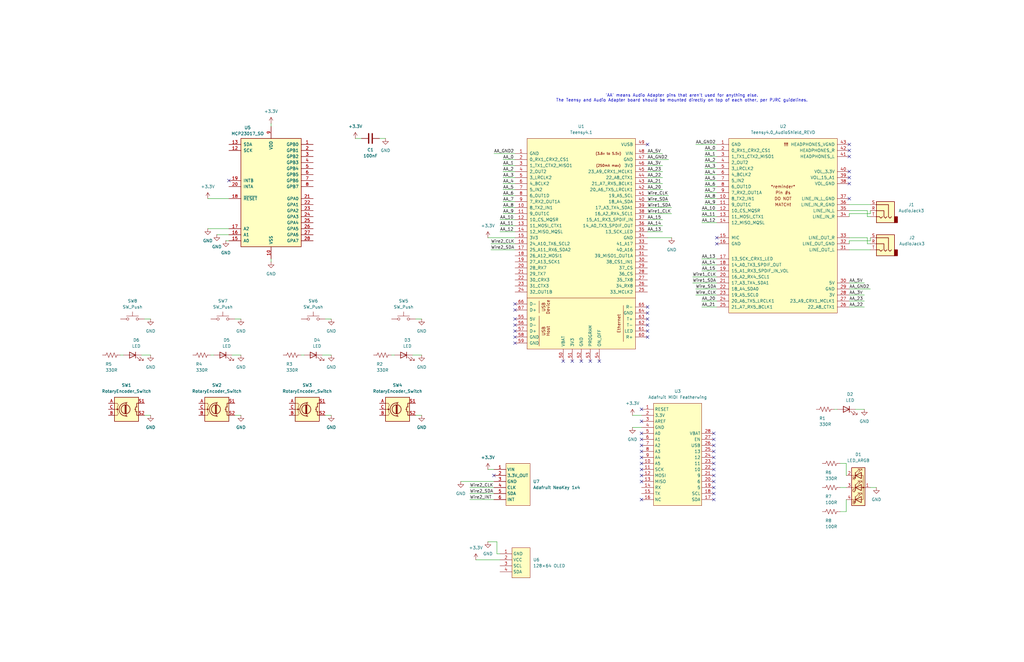
<source format=kicad_sch>
(kicad_sch (version 20250114) (generator "eeschema") (generator_version "9.0")
  (paper "B")
  (lib_symbols
    (symbol "Connector_Audio:AudioJack3"
      (property "Reference" "J" (at 0 8.89 0))
      (property "Value" "AudioJack3" (at 0 6.35 0))
      (symbol "AudioJack3_0_1"
        (rectangle (start -5.08 -5.08) (end -6.35 -2.54) (stroke (width 0.254)) (fill (type outline)))
        (polyline (pts (xy -1.905 -2.54) (xy -1.27 -3.175) (xy -0.635 -2.54) (xy -0.635 0) (xy 2.54 0)) (stroke (width 0.254)))
        (polyline (pts (xy 0 -2.54) (xy 0.635 -3.175) (xy 1.27 -2.54) (xy 2.54 -2.54)) (stroke (width 0.254)))
        (rectangle (start 2.54 3.81) (end -5.08 -5.08) (stroke (width 0.254)) (fill (type background)))
        (polyline (pts (xy 2.54 2.54) (xy -2.54 2.54) (xy -2.54 -2.54) (xy -3.175 -3.175) (xy -3.81 -2.54)) (stroke (width 0.254)))
      )
      (symbol "AudioJack3_1_1"
        (pin passive line (at 5.08 2.54 180) (length 2.54) (name "~") (number "S"))
        (pin passive line (at 5.08 0 180) (length 2.54) (name "~") (number "R"))
        (pin passive line (at 5.08 -2.54 180) (length 2.54) (name "~") (number "T"))
      )
    )
    (symbol "Device:C" (pin_numbers (hide yes)) (pin_names (offset 0.254))
      (property "Reference" "C" (at 0.635 2.54 0))
      (property "Value" "C" (at 0.635 -2.54 0))
      (symbol "C_0_1"
        (polyline (pts (xy -2.032 0.762) (xy 2.032 0.762)) (stroke (width 0.508)))
        (polyline (pts (xy -2.032 -0.762) (xy 2.032 -0.762)) (stroke (width 0.508)))
      )
      (symbol "C_1_1"
        (pin passive line (at 0 3.81 270) (length 2.794) (name "~") (number "1"))
        (pin passive line (at 0 -3.81 90) (length 2.794) (name "~") (number "2"))
      )
    )
    (symbol "Device:LED" (pin_numbers (hide yes)) (pin_names (offset 1.016) (hide yes))
      (property "Reference" "D" (at 0 2.54 0))
      (property "Value" "LED" (at 0 -2.54 0))
      (symbol "LED_0_1"
        (polyline (pts (xy -3.048 -0.762) (xy -4.572 -2.286) (xy -3.81 -2.286) (xy -4.572 -2.286) (xy -4.572 -1.524)))
        (polyline (pts (xy -1.778 -0.762) (xy -3.302 -2.286) (xy -2.54 -2.286) (xy -3.302 -2.286) (xy -3.302 -1.524)))
        (polyline (pts (xy -1.27 0) (xy 1.27 0)))
        (polyline (pts (xy -1.27 -1.27) (xy -1.27 1.27)) (stroke (width 0.254)))
        (polyline (pts (xy 1.27 -1.27) (xy 1.27 1.27) (xy -1.27 0) (xy 1.27 -1.27)) (stroke (width 0.254)))
      )
      (symbol "LED_1_1"
        (pin passive line (at -3.81 0 0) (length 2.54) (name "K") (number "1"))
        (pin passive line (at 3.81 0 180) (length 2.54) (name "A") (number "2"))
      )
    )
    (symbol "Device:LED_ARGB" (pin_names (offset 0) (hide yes))
      (property "Reference" "D" (at 0 9.398 0))
      (property "Value" "LED_ARGB" (at 0 -8.89 0))
      (symbol "LED_ARGB_0_0"
        (text "R" (at -1.905 3.81 0) (effects (font (size 1.27 1.27))))
        (text "G" (at -1.905 -1.27 0) (effects (font (size 1.27 1.27))))
        (text "B" (at -1.905 -6.35 0) (effects (font (size 1.27 1.27))))
      )
      (symbol "LED_ARGB_0_1"
        (polyline (pts (xy -1.27 6.35) (xy -1.27 3.81)) (stroke (width 0.254)))
        (polyline (pts (xy -1.27 6.35) (xy -1.27 3.81) (xy -1.27 3.81)))
        (polyline (pts (xy -1.27 5.08) (xy -2.54 5.08)))
        (polyline (pts (xy -1.27 5.08) (xy 1.27 5.08)))
        (polyline (pts (xy -1.27 1.27) (xy -1.27 -1.27)) (stroke (width 0.254)))
        (polyline (pts (xy -1.27 1.27) (xy -1.27 -1.27) (xy -1.27 -1.27)))
        (polyline (pts (xy -1.27 0) (xy -2.54 0)))
        (polyline (pts (xy -1.27 -3.81) (xy -1.27 -6.35)) (stroke (width 0.254)))
        (polyline (pts (xy -1.27 -5.08) (xy -2.54 -5.08)))
        (polyline (pts (xy -1.27 -5.08) (xy 1.27 -5.08)))
        (polyline (pts (xy -1.016 6.35) (xy 0.508 7.874) (xy -0.254 7.874) (xy 0.508 7.874) (xy 0.508 7.112)))
        (polyline (pts (xy -1.016 1.27) (xy 0.508 2.794) (xy -0.254 2.794) (xy 0.508 2.794) (xy 0.508 2.032)))
        (polyline (pts (xy -1.016 -3.81) (xy 0.508 -2.286) (xy -0.254 -2.286) (xy 0.508 -2.286) (xy 0.508 -3.048)))
        (polyline (pts (xy 0 6.35) (xy 1.524 7.874) (xy 0.762 7.874) (xy 1.524 7.874) (xy 1.524 7.112)))
        (polyline (pts (xy 0 1.27) (xy 1.524 2.794) (xy 0.762 2.794) (xy 1.524 2.794) (xy 1.524 2.032)))
        (polyline (pts (xy 0 -3.81) (xy 1.524 -2.286) (xy 0.762 -2.286) (xy 1.524 -2.286) (xy 1.524 -3.048)))
        (polyline (pts (xy 1.27 6.35) (xy 1.27 3.81) (xy -1.27 5.08) (xy 1.27 6.35)) (stroke (width 0.254)))
        (rectangle (start 1.27 6.35) (end 1.27 6.35))
        (rectangle (start 1.27 3.81) (end 1.27 6.35))
        (polyline (pts (xy 1.27 1.27) (xy 1.27 -1.27) (xy -1.27 0) (xy 1.27 1.27)) (stroke (width 0.254)))
        (rectangle (start 1.27 1.27) (end 1.27 1.27))
        (polyline (pts (xy 1.27 0) (xy -1.27 0)))
        (polyline (pts (xy 1.27 0) (xy 2.54 0)))
        (rectangle (start 1.27 -1.27) (end 1.27 1.27))
        (polyline (pts (xy 1.27 -3.81) (xy 1.27 -6.35) (xy -1.27 -5.08) (xy 1.27 -3.81)) (stroke (width 0.254)))
        (polyline (pts (xy 1.27 -5.08) (xy 2.032 -5.08) (xy 2.032 5.08) (xy 1.27 5.08)))
        (circle (center 2.032 0) (radius 0.254) (fill (type outline)))
        (rectangle (start 2.794 8.382) (end -2.794 -7.62) (stroke (width 0.254)) (fill (type background)))
      )
      (symbol "LED_ARGB_1_1"
        (pin passive line (at -5.08 5.08 0) (length 2.54) (name "RK") (number "2"))
        (pin passive line (at -5.08 0 0) (length 2.54) (name "GK") (number "3"))
        (pin passive line (at -5.08 -5.08 0) (length 2.54) (name "BK") (number "4"))
        (pin passive line (at 5.08 0 180) (length 2.54) (name "A") (number "1"))
      )
    )
    (symbol "Device:R_US" (pin_numbers (hide yes)) (pin_names (offset 0))
      (property "Reference" "R" (at 2.54 0 90))
      (property "Value" "R_US" (at -2.54 0 90))
      (symbol "R_US_0_1"
        (polyline (pts (xy 0 2.286) (xy 0 2.54)))
        (polyline (pts (xy 0 2.286) (xy 1.016 1.905) (xy 0 1.524) (xy -1.016 1.143) (xy 0 0.762)))
        (polyline (pts (xy 0 0.762) (xy 1.016 0.381) (xy 0 0) (xy -1.016 -0.381) (xy 0 -0.762)))
        (polyline (pts (xy 0 -0.762) (xy 1.016 -1.143) (xy 0 -1.524) (xy -1.016 -1.905) (xy 0 -2.286)))
        (polyline (pts (xy 0 -2.286) (xy 0 -2.54)))
      )
      (symbol "R_US_1_1"
        (pin passive line (at 0 3.81 270) (length 1.27) (name "~") (number "1"))
        (pin passive line (at 0 -3.81 90) (length 1.27) (name "~") (number "2"))
      )
    )
    (symbol "Device:RotaryEncoder_Switch" (pin_names (offset 0.254) (hide yes))
      (property "Reference" "SW" (at 0 6.604 0))
      (property "Value" "RotaryEncoder_Switch" (at 0 -6.604 0))
      (symbol "RotaryEncoder_Switch_0_1"
        (rectangle (start -5.08 5.08) (end 5.08 -5.08) (stroke (width 0.254)) (fill (type background)))
        (polyline (pts (xy -5.08 2.54) (xy -3.81 2.54) (xy -3.81 2.032)))
        (polyline (pts (xy -5.08 0) (xy -3.81 0) (xy -3.81 -1.016) (xy -3.302 -2.032)))
        (polyline (pts (xy -5.08 -2.54) (xy -3.81 -2.54) (xy -3.81 -2.032)))
        (polyline (pts (xy -4.318 0) (xy -3.81 0) (xy -3.81 1.016) (xy -3.302 2.032)))
        (circle (center -3.81 0) (radius 0.254) (fill (type outline)))
        (polyline (pts (xy -0.635 -1.778) (xy -0.635 1.778)) (stroke (width 0.254)))
        (circle (center -0.381 0) (radius 1.905) (stroke (width 0.254)))
        (polyline (pts (xy -0.381 -1.778) (xy -0.381 1.778)) (stroke (width 0.254)))
        (arc (start -0.381 -2.794) (mid -3.0988 -0.0635) (end -0.381 2.667) (stroke (width 0.254)))
        (polyline (pts (xy -0.127 1.778) (xy -0.127 -1.778)) (stroke (width 0.254)))
        (polyline (pts (xy 0.254 2.921) (xy -0.508 2.667) (xy 0.127 2.286)) (stroke (width 0.254)))
        (polyline (pts (xy 0.254 -3.048) (xy -0.508 -2.794) (xy 0.127 -2.413)) (stroke (width 0.254)))
        (polyline (pts (xy 3.81 1.016) (xy 3.81 -1.016)) (stroke (width 0.254)))
        (polyline (pts (xy 3.81 0) (xy 3.429 0)) (stroke (width 0.254)))
        (circle (center 4.318 1.016) (radius 0.127) (stroke (width 0.254)))
        (circle (center 4.318 -1.016) (radius 0.127) (stroke (width 0.254)))
        (polyline (pts (xy 5.08 2.54) (xy 4.318 2.54) (xy 4.318 1.016)) (stroke (width 0.254)))
        (polyline (pts (xy 5.08 -2.54) (xy 4.318 -2.54) (xy 4.318 -1.016)) (stroke (width 0.254)))
      )
      (symbol "RotaryEncoder_Switch_1_1"
        (pin passive line (at -7.62 2.54 0) (length 2.54) (name "A") (number "A"))
        (pin passive line (at -7.62 0 0) (length 2.54) (name "C") (number "C"))
        (pin passive line (at -7.62 -2.54 0) (length 2.54) (name "B") (number "B"))
        (pin passive line (at 7.62 2.54 180) (length 2.54) (name "S1") (number "S1"))
        (pin passive line (at 7.62 -2.54 180) (length 2.54) (name "S2") (number "S2"))
      )
    )
    (symbol "Interface_Expansion:MCP23017_SO" (pin_names (offset 1.016))
      (property "Reference" "U5" (at -9.906 27.432 0))
      (property "Value" "MCP23017_SO" (at -9.906 24.892 0))
      (symbol "MCP23017_SO_0_1"
        (rectangle (start -12.7 22.86) (end 12.7 -22.86) (stroke (width 0.254)) (fill (type background)))
      )
      (symbol "MCP23017_SO_1_1"
        (pin bidirectional line (at -17.78 20.32 0) (length 5.08) (name "SDA") (number "13"))
        (pin input line (at -17.78 17.78 0) (length 5.08) (name "SCK") (number "12"))
        (pin tri_state line (at -17.78 5.08 0) (length 5.08) (name "INTB") (number "19"))
        (pin tri_state line (at -17.78 2.54 0) (length 5.08) (name "INTA") (number "20"))
        (pin input line (at -17.78 -2.54 0) (length 5.08) (name "~{RESET}") (number "18"))
        (pin input line (at -17.78 -15.24 0) (length 5.08) (name "A2") (number "17"))
        (pin input line (at -17.78 -17.78 0) (length 5.08) (name "A1") (number "16"))
        (pin input line (at -17.78 -20.32 0) (length 5.08) (name "A0") (number "15"))
        (pin no_connect line (at -12.7 15.24 0) (length 5.08) (hide yes) (name "NC") (number "11"))
        (pin no_connect line (at -12.7 12.7 0) (length 5.08) (hide yes) (name "NC") (number "14"))
        (pin power_in line (at 0 27.94 270) (length 5.08) (name "VDD") (number "9"))
        (pin power_in line (at 0 -27.94 90) (length 5.08) (name "VSS") (number "10"))
        (pin bidirectional line (at 17.78 20.32 180) (length 5.08) (name "GPB0") (number "1"))
        (pin bidirectional line (at 17.78 17.78 180) (length 5.08) (name "GPB1") (number "2"))
        (pin bidirectional line (at 17.78 15.24 180) (length 5.08) (name "GPB2") (number "3"))
        (pin bidirectional line (at 17.78 12.7 180) (length 5.08) (name "GPB3") (number "4"))
        (pin bidirectional line (at 17.78 10.16 180) (length 5.08) (name "GPB4") (number "5"))
        (pin bidirectional line (at 17.78 7.62 180) (length 5.08) (name "GPB5") (number "6"))
        (pin bidirectional line (at 17.78 5.08 180) (length 5.08) (name "GPB6") (number "7"))
        (pin output line (at 17.78 2.54 180) (length 5.08) (name "GPB7") (number "8"))
        (pin bidirectional line (at 17.78 -2.54 180) (length 5.08) (name "GPA0") (number "21"))
        (pin bidirectional line (at 17.78 -5.08 180) (length 5.08) (name "GPA1") (number "22"))
        (pin bidirectional line (at 17.78 -7.62 180) (length 5.08) (name "GPA2") (number "23"))
        (pin bidirectional line (at 17.78 -10.16 180) (length 5.08) (name "GPA3") (number "24"))
        (pin bidirectional line (at 17.78 -12.7 180) (length 5.08) (name "GPA4") (number "25"))
        (pin bidirectional line (at 17.78 -15.24 180) (length 5.08) (name "GPA5") (number "26"))
        (pin bidirectional line (at 17.78 -17.78 180) (length 5.08) (name "GPA6") (number "27"))
        (pin output line (at 17.78 -20.32 180) (length 5.08) (name "GPA7") (number "28"))
      )
    )
    (symbol "Switch:SW_Push" (pin_numbers (hide yes)) (pin_names (offset 1.016) (hide yes))
      (property "Reference" "SW" (at 1.27 2.54 0))
      (property "Value" "SW_Push" (at 0 -1.524 0))
      (symbol "SW_Push_0_1"
        (circle (center -2.032 0) (radius 0.508))
        (polyline (pts (xy 0 1.27) (xy 0 3.048)))
        (circle (center 2.032 0) (radius 0.508))
        (polyline (pts (xy 2.54 1.27) (xy -2.54 1.27)))
        (pin passive line (at -5.08 0 0) (length 2.54) (name "1") (number "1"))
        (pin passive line (at 5.08 0 180) (length 2.54) (name "2") (number "2"))
      )
    )
    (symbol "neokey_1"
      (property "Reference" "U7" (at 6.35 -8.8899 0))
      (property "Value" "Adafruit NeoKey 1x4" (at 6.35 -11.4299 0))
      (symbol "neokey_1_0_0"
        (pin passive line (at -10.16 -3.81 0) (length 5.08) (name "VIN") (number "1"))
        (pin passive line (at -10.16 -6.35 0) (length 5.08) (name "3.3V_OUT") (number "2"))
        (pin passive line (at -10.16 -8.89 0) (length 5.08) (name "GND") (number "3"))
        (pin passive line (at -10.16 -11.43 0) (length 5.08) (name "CLK") (number "4"))
        (pin passive line (at -10.16 -13.97 0) (length 5.08) (name "SDA") (number "5"))
        (pin passive line (at -10.16 -16.51 0) (length 5.08) (name "INT") (number "6"))
      )
      (symbol "neokey_1_1_1"
        (rectangle (start -5.08 -1.27) (end 5.08 -19.05) (fill (type color) (color 255 255 194 1)))
      )
    )
    (symbol "new:midi"
      (property "Reference" "U3" (at 0 3.81 0))
      (property "Value" "Adafruit MIDI Featherwing" (at 0 1.27 0))
      (symbol "midi_0_0"
        (pin passive line (at -15.24 -3.81 0) (length 5.08) (name "RESET") (number "1"))
        (pin passive line (at -15.24 -6.35 0) (length 5.08) (name "3.3V") (number "2"))
        (pin passive line (at -15.24 -8.89 0) (length 5.08) (name "AREF") (number "3"))
        (pin passive line (at -15.24 -11.43 0) (length 5.08) (name "GND") (number "4"))
        (pin passive line (at -15.24 -13.97 0) (length 5.08) (name "A0") (number "5"))
        (pin passive line (at -15.24 -16.51 0) (length 5.08) (name "A1") (number "6"))
        (pin passive line (at -15.24 -19.05 0) (length 5.08) (name "A2") (number "7"))
        (pin passive line (at -15.24 -21.59 0) (length 5.08) (name "A3") (number "8"))
        (pin passive line (at -15.24 -24.13 0) (length 5.08) (name "A4") (number "9"))
        (pin passive line (at -15.24 -26.67 0) (length 5.08) (name "A5") (number "10"))
        (pin passive line (at -15.24 -29.21 0) (length 5.08) (name "SCK") (number "11"))
        (pin passive line (at -15.24 -31.75 0) (length 5.08) (name "MOSI") (number "12"))
        (pin passive line (at -15.24 -34.29 0) (length 5.08) (name "MISO") (number "13"))
        (pin passive line (at -15.24 -36.83 0) (length 5.08) (name "RX") (number "14"))
        (pin passive line (at -15.24 -39.37 0) (length 5.08) (name "TX") (number "15"))
        (pin passive line (at -15.24 -41.91 0) (length 5.08) (name "NC") (number "16"))
        (pin passive line (at 15.24 -13.97 180) (length 5.08) (name "VBAT") (number "28"))
        (pin passive line (at 15.24 -16.51 180) (length 5.08) (name "EN") (number "27"))
        (pin passive line (at 15.24 -19.05 180) (length 5.08) (name "USB") (number "26"))
        (pin passive line (at 15.24 -21.59 180) (length 5.08) (name "13") (number "25"))
        (pin passive line (at 15.24 -24.13 180) (length 5.08) (name "12") (number "24"))
        (pin passive line (at 15.24 -26.67 180) (length 5.08) (name "11") (number "23"))
        (pin passive line (at 15.24 -29.21 180) (length 5.08) (name "10") (number "22"))
        (pin passive line (at 15.24 -31.75 180) (length 5.08) (name "9") (number "21"))
        (pin passive line (at 15.24 -34.29 180) (length 5.08) (name "6") (number "20"))
        (pin passive line (at 15.24 -36.83 180) (length 5.08) (name "5") (number "19"))
        (pin passive line (at 15.24 -39.37 180) (length 5.08) (name "SCL") (number "18"))
        (pin passive line (at 15.24 -41.91 180) (length 5.08) (name "SDA") (number "17"))
      )
      (symbol "midi_1_1"
        (rectangle (start -10.16 -1.27) (end 10.16 -44.45) (fill (type color) (color 255 255 194 1)))
      )
    )
    (symbol "new:oled"
      (property "Reference" "U6" (at 5.08 -6.3499 0))
      (property "Value" "128×64 OLED" (at 5.08 -8.8899 0))
      (symbol "oled_0_0"
        (pin passive line (at -8.89 -3.81 0) (length 5.08) (name "GND") (number "1"))
        (pin passive line (at -8.89 -6.35 0) (length 5.08) (name "VCC") (number "2"))
        (pin passive line (at -8.89 -8.89 0) (length 5.08) (name "SCL") (number "3"))
        (pin passive line (at -8.89 -11.43 0) (length 5.08) (name "SDA") (number "4"))
      )
      (symbol "oled_1_1"
        (rectangle (start -3.81 -1.27) (end 3.81 -13.97) (fill (type color) (color 255 255 194 1)))
      )
    )
    (symbol "power:+3.3V" (power) (pin_numbers (hide yes)) (pin_names (offset 0) (hide yes))
      (property "Value" "+3.3V" (at 0 3.556 0))
      (symbol "+3.3V_0_1"
        (polyline (pts (xy -0.762 1.27) (xy 0 2.54)))
        (polyline (pts (xy 0 2.54) (xy 0.762 1.27)))
        (polyline (pts (xy 0 0) (xy 0 2.54)))
      )
      (symbol "+3.3V_1_1"
        (pin power_in line (at 0 0 90) (length 0) (name "~") (number "1"))
      )
    )
    (symbol "power:GND" (power) (pin_numbers (hide yes)) (pin_names (offset 0) (hide yes))
      (property "Value" "GND" (at 0 -3.81 0))
      (symbol "GND_0_1"
        (polyline (pts (xy 0 0) (xy 0 -1.27) (xy 1.27 -1.27) (xy 0 -2.54) (xy -1.27 -1.27) (xy 0 -1.27)))
      )
      (symbol "GND_1_1"
        (pin power_in line (at 0 0 270) (length 0) (name "~") (number "1"))
      )
    )
    (symbol "teensy4.0_audioshield_revd:Teensy4.0_AudioShield_REVD" (pin_names (offset 1.016))
      (property "Reference" "U2" (at 0 41.91 0))
      (property "Value" "Teensy4.0_AudioShield_REVD" (at 0 39.37 0))
      (symbol "Teensy4.0_AudioShield_REVD_0_0"
        (text "*reminder*" (at 0 16.51 0) (effects (font (size 1.27 1.27))))
        (text "Pin #s" (at 0 13.97 0) (effects (font (size 1.27 1.27))))
        (text "DO NOT" (at 0 11.43 0) (effects (font (size 1.27 1.27))))
        (text "MATCH!" (at 0 8.89 0) (effects (font (size 1.27 1.27))))
        (text "!!!" (at 1.27 34.29 0) (effects (font (size 1.27 1.27))))
        (pin bidirectional line (at -27.94 24.13 0) (length 5.08) (name "3_LRCLK2") (number "5"))
        (pin bidirectional line (at -27.94 21.59 0) (length 5.08) (name "4_BCLK2") (number "6"))
        (pin bidirectional line (at -27.94 19.05 0) (length 5.08) (name "5_IN2") (number "7"))
        (pin bidirectional line (at -27.94 16.51 0) (length 5.08) (name "6_OUT1D") (number "8"))
        (pin bidirectional line (at -27.94 13.97 0) (length 5.08) (name "7_RX2_OUT1A") (number "9"))
        (pin bidirectional line (at -27.94 11.43 0) (length 5.08) (name "8_TX2_IN1") (number "10"))
        (pin bidirectional line (at -27.94 8.89 0) (length 5.08) (name "9_OUT1C") (number "11"))
        (pin bidirectional line (at -27.94 6.35 0) (length 5.08) (name "10_CS_MQSR") (number "12"))
        (pin bidirectional line (at -27.94 3.81 0) (length 5.08) (name "11_MOSI_CTX1") (number "13"))
        (pin bidirectional line (at -27.94 1.27 0) (length 5.08) (name "12_MISO_MQSL") (number "14"))
        (pin bidirectional line (at -27.94 -5.08 0) (length 5.08) (name "MIC") (number "15"))
        (pin power_in line (at -27.94 -7.62 0) (length 5.08) (name "GND") (number "16"))
        (pin bidirectional line (at -27.94 -13.97 0) (length 5.08) (name "13_SCK_CRX1_LED") (number "17"))
        (pin bidirectional line (at -27.94 -16.51 0) (length 5.08) (name "14_A0_TX3_SPDIF_OUT") (number "18"))
        (pin bidirectional line (at -27.94 -19.05 0) (length 5.08) (name "15_A1_RX3_SPDIF_IN_VOL") (number "19"))
        (pin bidirectional line (at -27.94 -21.59 0) (length 5.08) (name "16_A2_RX4_SCL1") (number "20"))
        (pin bidirectional line (at -27.94 -24.13 0) (length 5.08) (name "17_A3_TX4_SDA1") (number "21"))
        (pin bidirectional line (at -27.94 -26.67 0) (length 5.08) (name "18_A4_SDA0") (number "22"))
        (pin bidirectional line (at -27.94 -29.21 0) (length 5.08) (name "19_A5_SCL0") (number "23"))
        (pin bidirectional line (at -27.94 -31.75 0) (length 5.08) (name "20_A6_TX5_LRCLK1") (number "24"))
        (pin bidirectional line (at -27.94 -34.29 0) (length 5.08) (name "21_A7_RX5_BCLK1") (number "25"))
        (pin power_in line (at 27.94 34.29 180) (length 5.08) (name "HEADPHONES_VGND") (number "43"))
        (pin bidirectional line (at 27.94 31.75 180) (length 5.08) (name "HEADPHONES_R") (number "42"))
        (pin bidirectional line (at 27.94 29.21 180) (length 5.08) (name "HEADPHONES_L") (number "41"))
        (pin bidirectional line (at 27.94 22.86 180) (length 5.08) (name "VOL_3.3V") (number "40"))
        (pin bidirectional line (at 27.94 20.32 180) (length 5.08) (name "VOL_15_A1") (number "39"))
        (pin bidirectional line (at 27.94 17.78 180) (length 5.08) (name "VOL_GND") (number "38"))
        (pin power_in line (at 27.94 11.43 180) (length 5.08) (name "LINE_IN_L_GND") (number "37"))
        (pin power_in line (at 27.94 8.89 180) (length 5.08) (name "LINE_IN_R_GND") (number "36"))
        (pin bidirectional line (at 27.94 6.35 180) (length 5.08) (name "LINE_IN_L") (number "35"))
        (pin bidirectional line (at 27.94 3.81 180) (length 5.08) (name "LINE_IN_R") (number "34"))
        (pin bidirectional line (at 27.94 -5.08 180) (length 5.08) (name "LINE_OUT_R") (number "33"))
        (pin power_in line (at 27.94 -7.62 180) (length 5.08) (name "LINE_OUT_GND") (number "32"))
        (pin bidirectional line (at 27.94 -10.16 180) (length 5.08) (name "LINE_OUT_L") (number "31"))
        (pin power_out line (at 27.94 -24.13 180) (length 5.08) (name "5V") (number "30"))
        (pin power_in line (at 27.94 -26.67 180) (length 5.08) (name "GND") (number "29"))
        (pin power_out line (at 27.94 -29.21 180) (length 5.08) (name "3V") (number "28"))
        (pin bidirectional line (at 27.94 -31.75 180) (length 5.08) (name "23_A9_CRX1_MCLK1") (number "27"))
        (pin bidirectional line (at 27.94 -34.29 180) (length 5.08) (name "22_A8_CTX1") (number "26"))
      )
      (symbol "Teensy4.0_AudioShield_REVD_0_1"
        (rectangle (start -20.32 -31.75) (end -20.32 -31.75))
      )
      (symbol "Teensy4.0_AudioShield_REVD_1_1"
        (rectangle (start -22.86 36.83) (end 22.86 -36.83) (fill (type color) (color 255 255 194 1)))
        (pin power_in line (at -27.94 34.29 0) (length 5.08) (name "GND") (number "1"))
        (pin bidirectional line (at -27.94 31.75 0) (length 5.08) (name "0_RX1_CRX2_CS1") (number "2"))
        (pin bidirectional line (at -27.94 29.21 0) (length 5.08) (name "1_TX1_CTX2_MISO1") (number "3"))
        (pin bidirectional line (at -27.94 26.67 0) (length 5.08) (name "2_OUT2") (number "4"))
      )
    )
    (symbol "teensy:Teensy4.1" (pin_names (offset 1.016))
      (property "Reference" "U1" (at 0 66.04 0))
      (property "Value" "Teensy4.1" (at 0 63.5 0))
      (symbol "Teensy4.1_0_0"
        (polyline (pts (xy -22.86 -6.35) (xy 22.86 -6.35)))
        (polyline (pts (xy -17.78 -7.62) (xy -17.78 -12.7)))
        (polyline (pts (xy -17.78 -26.67) (xy -17.78 -13.97)))
        (polyline (pts (xy 17.78 -9.525) (xy 17.78 -24.765)))
        (text "USB" (at -15.875 -10.16 900) (effects (font (size 1.27 1.27))))
        (text "USB" (at -15.875 -20.32 900) (effects (font (size 1.27 1.27))))
        (text "Device" (at -13.97 -10.16 900) (effects (font (size 1.27 1.27))))
        (text "Host" (at -13.97 -20.32 900) (effects (font (size 1.27 1.27))))
        (text "(3.6v to 5.5v)" (at 11.43 54.61 0) (effects (font (size 1.016 1.016))))
        (text "(250mA max)" (at 11.43 49.53 0) (effects (font (size 1.016 1.016))))
        (text "Ethernet" (at 15.875 -17.145 900) (effects (font (size 1.27 1.27))))
        (pin bidirectional line (at -27.94 44.45 0) (length 5.08) (name "3_LRCLK2") (number "5"))
        (pin bidirectional line (at -27.94 41.91 0) (length 5.08) (name "4_BCLK2") (number "6"))
        (pin bidirectional line (at -27.94 39.37 0) (length 5.08) (name "5_IN2") (number "7"))
        (pin bidirectional line (at -27.94 36.83 0) (length 5.08) (name "6_OUT1D") (number "8"))
        (pin bidirectional line (at -27.94 34.29 0) (length 5.08) (name "7_RX2_OUT1A") (number "9"))
        (pin bidirectional line (at -27.94 31.75 0) (length 5.08) (name "8_TX2_IN1") (number "10"))
        (pin bidirectional line (at -27.94 29.21 0) (length 5.08) (name "9_OUT1C") (number "11"))
        (pin bidirectional line (at -27.94 26.67 0) (length 5.08) (name "10_CS_MQSR") (number "12"))
        (pin bidirectional line (at -27.94 24.13 0) (length 5.08) (name "11_MOSI_CTX1") (number "13"))
        (pin bidirectional line (at -27.94 21.59 0) (length 5.08) (name "12_MISO_MQSL") (number "14"))
        (pin power_in line (at -27.94 19.05 0) (length 5.08) (name "3V3") (number "15"))
        (pin bidirectional line (at -27.94 16.51 0) (length 5.08) (name "24_A10_TX6_SCL2") (number "16"))
        (pin bidirectional line (at -27.94 13.97 0) (length 5.08) (name "25_A11_RX6_SDA2") (number "17"))
        (pin bidirectional line (at -27.94 11.43 0) (length 5.08) (name "26_A12_MOSI1") (number "18"))
        (pin bidirectional line (at -27.94 8.89 0) (length 5.08) (name "27_A13_SCK1") (number "19"))
        (pin bidirectional line (at -27.94 6.35 0) (length 5.08) (name "28_RX7") (number "20"))
        (pin bidirectional line (at -27.94 3.81 0) (length 5.08) (name "29_TX7") (number "21"))
        (pin bidirectional line (at -27.94 1.27 0) (length 5.08) (name "30_CRX3") (number "22"))
        (pin bidirectional line (at -27.94 -1.27 0) (length 5.08) (name "31_CTX3") (number "23"))
        (pin bidirectional line (at -27.94 -3.81 0) (length 5.08) (name "32_OUT1B") (number "24"))
        (pin bidirectional line (at -27.94 -8.89 0) (length 5.08) (name "D-") (number "66"))
        (pin bidirectional line (at -27.94 -11.43 0) (length 5.08) (name "D+") (number "67"))
        (pin power_out line (at -27.94 -15.24 0) (length 5.08) (name "5V") (number "55"))
        (pin bidirectional line (at -27.94 -17.78 0) (length 5.08) (name "D-") (number "56"))
        (pin bidirectional line (at -27.94 -20.32 0) (length 5.08) (name "D+") (number "57"))
        (pin power_in line (at -27.94 -22.86 0) (length 5.08) (name "GND") (number "58"))
        (pin power_in line (at -27.94 -25.4 0) (length 5.08) (name "GND") (number "59"))
        (pin power_in line (at -7.62 -33.02 90) (length 5.08) (name "VBAT") (number "50"))
        (pin power_in line (at -3.81 -33.02 90) (length 5.08) (name "3V3") (number "51"))
        (pin input line (at 0 -33.02 90) (length 5.08) (name "GND") (number "52"))
        (pin input line (at 3.81 -33.02 90) (length 5.08) (name "PROGRAM") (number "53"))
        (pin input line (at 7.62 -33.02 90) (length 5.08) (name "ON_OFF") (number "54"))
        (pin power_out line (at 27.94 58.42 180) (length 5.08) (name "VUSB") (number "49"))
        (pin power_in line (at 27.94 54.61 180) (length 5.08) (name "VIN") (number "48"))
        (pin output line (at 27.94 52.07 180) (length 5.08) (name "GND") (number "47"))
        (pin output line (at 27.94 49.53 180) (length 5.08) (name "3V3") (number "46"))
        (pin bidirectional line (at 27.94 46.99 180) (length 5.08) (name "23_A9_CRX1_MCLK1") (number "45"))
        (pin bidirectional line (at 27.94 44.45 180) (length 5.08) (name "22_A8_CTX1") (number "44"))
        (pin bidirectional line (at 27.94 41.91 180) (length 5.08) (name "21_A7_RX5_BCLK1") (number "43"))
        (pin bidirectional line (at 27.94 39.37 180) (length 5.08) (name "20_A6_TX5_LRCLK1") (number "42"))
        (pin bidirectional line (at 27.94 36.83 180) (length 5.08) (name "19_A5_SCL") (number "41"))
        (pin bidirectional line (at 27.94 34.29 180) (length 5.08) (name "18_A4_SDA") (number "40"))
        (pin bidirectional line (at 27.94 31.75 180) (length 5.08) (name "17_A3_TX4_SDA1") (number "39"))
        (pin bidirectional line (at 27.94 29.21 180) (length 5.08) (name "16_A2_RX4_SCL1") (number "38"))
        (pin bidirectional line (at 27.94 26.67 180) (length 5.08) (name "15_A1_RX3_SPDIF_IN") (number "37"))
        (pin bidirectional line (at 27.94 24.13 180) (length 5.08) (name "14_A0_TX3_SPDIF_OUT") (number "36"))
        (pin bidirectional line (at 27.94 21.59 180) (length 5.08) (name "13_SCK_LED") (number "35"))
        (pin bidirectional line (at 27.94 16.51 180) (length 5.08) (name "41_A17") (number "33"))
        (pin bidirectional line (at 27.94 13.97 180) (length 5.08) (name "40_A16") (number "32"))
        (pin bidirectional line (at 27.94 11.43 180) (length 5.08) (name "39_MISO1_OUT1A") (number "31"))
        (pin bidirectional line (at 27.94 8.89 180) (length 5.08) (name "38_CS1_IN1") (number "30"))
        (pin bidirectional line (at 27.94 6.35 180) (length 5.08) (name "37_CS") (number "29"))
        (pin bidirectional line (at 27.94 3.81 180) (length 5.08) (name "36_CS") (number "28"))
        (pin bidirectional line (at 27.94 1.27 180) (length 5.08) (name "35_TX8") (number "27"))
        (pin bidirectional line (at 27.94 -1.27 180) (length 5.08) (name "34_RX8") (number "26"))
        (pin bidirectional line (at 27.94 -3.81 180) (length 5.08) (name "33_MCLK2") (number "25"))
        (pin bidirectional line (at 27.94 -10.16 180) (length 5.08) (name "R-") (number "65"))
        (pin power_in line (at 27.94 -12.7 180) (length 5.08) (name "GND") (number "64"))
        (pin bidirectional line (at 27.94 -15.24 180) (length 5.08) (name "T+") (number "63"))
        (pin bidirectional line (at 27.94 -17.78 180) (length 5.08) (name "T-") (number "62"))
        (pin bidirectional line (at 27.94 -20.32 180) (length 5.08) (name "LED") (number "61"))
        (pin bidirectional line (at 27.94 -22.86 180) (length 5.08) (name "R+") (number "60"))
      )
      (symbol "Teensy4.1_0_1"
        (rectangle (start -20.32 -1.27) (end -20.32 -1.27))
      )
      (symbol "Teensy4.1_1_1"
        (rectangle (start -22.86 60.96) (end 22.86 -27.94) (fill (type color) (color 255 255 194 1)))
        (pin power_in line (at -27.94 54.61 0) (length 5.08) (name "GND") (number "1"))
        (pin bidirectional line (at -27.94 52.07 0) (length 5.08) (name "0_RX1_CRX2_CS1") (number "2"))
        (pin bidirectional line (at -27.94 49.53 0) (length 5.08) (name "1_TX1_CTX2_MISO1") (number "3"))
        (pin bidirectional line (at -27.94 46.99 0) (length 5.08) (name "2_OUT2") (number "4"))
        (pin power_in line (at 27.94 19.05 180) (length 5.08) (name "GND") (number "34"))
      )
    )
  )
  (text "'AA' means Audio Adapter pins that aren't used for anything else.\nThe Teensy and Audio Adapter board should be mounted directly on top of each other, per PJRC guidelines." (at 287.528 41.402 0) (effects (font (size 1.27 1.27))))
  (no_connect (at 237.49 152.4))
  (no_connect (at 208.28 200.66))
  (no_connect (at 217.17 128.27))
  (no_connect (at 270.51 200.66))
  (no_connect (at 300.99 198.12))
  (no_connect (at 273.05 132.08))
  (no_connect (at 217.17 137.16))
  (no_connect (at 217.17 134.62))
  (no_connect (at 358.14 77.47))
  (no_connect (at 358.14 60.96))
  (no_connect (at 358.14 63.5))
  (no_connect (at 273.05 134.62))
  (no_connect (at 300.99 182.88))
  (no_connect (at 96.52 76.2))
  (no_connect (at 300.99 210.82))
  (no_connect (at 270.51 193.04))
  (no_connect (at 270.51 210.82))
  (no_connect (at 273.05 137.16))
  (no_connect (at 217.17 142.24))
  (no_connect (at 217.17 139.7))
  (no_connect (at 270.51 172.72))
  (no_connect (at 270.51 190.5))
  (no_connect (at 302.26 102.87))
  (no_connect (at 300.99 193.04))
  (no_connect (at 248.92 152.4))
  (no_connect (at 300.99 190.5))
  (no_connect (at 300.99 205.74))
  (no_connect (at 270.51 198.12))
  (no_connect (at 270.51 185.42))
  (no_connect (at 358.14 66.04))
  (no_connect (at 300.99 187.96))
  (no_connect (at 273.05 129.54))
  (no_connect (at 300.99 185.42))
  (no_connect (at 270.51 187.96))
  (no_connect (at 358.14 83.82))
  (no_connect (at 217.17 144.78))
  (no_connect (at 270.51 177.8))
  (no_connect (at 241.3 152.4))
  (no_connect (at 300.99 200.66))
  (no_connect (at 302.26 100.33))
  (no_connect (at 270.51 203.2))
  (no_connect (at 270.51 195.58))
  (no_connect (at 300.99 203.2))
  (no_connect (at 273.05 139.7))
  (no_connect (at 300.99 208.28))
  (no_connect (at 245.11 152.4))
  (no_connect (at 252.73 152.4))
  (no_connect (at 270.51 182.88))
  (no_connect (at 217.17 130.81))
  (no_connect (at 273.05 60.96))
  (no_connect (at 358.14 72.39))
  (no_connect (at 358.14 74.93))
  (no_connect (at 300.99 195.58))
  (no_connect (at 273.05 142.24))
  (wire (pts (xy 295.91 129.54) (xy 302.26 129.54)))
  (wire (pts (xy 273.05 97.79) (xy 279.4 97.79)))
  (wire (pts (xy 293.37 60.96) (xy 302.26 60.96)))
  (wire (pts (xy 212.09 80.01) (xy 217.17 80.01)))
  (wire (pts (xy 209.55 228.6) (xy 209.55 233.68)))
  (wire (pts (xy 207.01 105.41) (xy 217.17 105.41)))
  (wire (pts (xy 297.18 68.58) (xy 302.26 68.58)))
  (wire (pts (xy 358.14 105.41) (xy 367.03 105.41)))
  (wire (pts (xy 273.05 72.39) (xy 279.4 72.39)))
  (wire (pts (xy 273.05 95.25) (xy 279.4 95.25)))
  (wire (pts (xy 91.44 99.06) (xy 96.52 99.06)))
  (wire (pts (xy 295.91 127) (xy 302.26 127)))
  (wire (pts (xy 293.37 124.46) (xy 302.26 124.46)))
  (wire (pts (xy 273.05 74.93) (xy 279.4 74.93)))
  (wire (pts (xy 212.09 82.55) (xy 217.17 82.55)))
  (wire (pts (xy 162.56 58.42) (xy 160.02 58.42)))
  (wire (pts (xy 365.76 102.87) (xy 367.03 102.87)))
  (wire (pts (xy 101.6 149.86) (xy 97.79 149.86)))
  (wire (pts (xy 212.09 72.39) (xy 217.17 72.39)))
  (wire (pts (xy 273.05 69.85) (xy 279.4 69.85)))
  (wire (pts (xy 198.12 208.28) (xy 208.28 208.28)))
  (wire (pts (xy 101.6 134.62) (xy 99.06 134.62)))
  (wire (pts (xy 152.4 58.42) (xy 149.86 58.42)))
  (wire (pts (xy 139.7 134.62) (xy 137.16 134.62)))
  (wire (pts (xy 273.05 90.17) (xy 283.21 90.17)))
  (wire (pts (xy 212.09 85.09) (xy 217.17 85.09)))
  (wire (pts (xy 139.7 149.86) (xy 135.89 149.86)))
  (wire (pts (xy 293.37 121.92) (xy 302.26 121.92)))
  (wire (pts (xy 95.25 101.6) (xy 96.52 101.6)))
  (wire (pts (xy 266.7 175.26) (xy 270.51 175.26)))
  (wire (pts (xy 297.18 81.28) (xy 302.26 81.28)))
  (wire (pts (xy 63.5 149.86) (xy 59.69 149.86)))
  (wire (pts (xy 207.01 102.87) (xy 217.17 102.87)))
  (wire (pts (xy 137.16 175.26) (xy 139.7 175.26)))
  (wire (pts (xy 209.55 233.68) (xy 210.82 233.68)))
  (wire (pts (xy 114.3 52.07) (xy 114.3 53.34)))
  (wire (pts (xy 273.05 92.71) (xy 279.4 92.71)))
  (wire (pts (xy 273.05 77.47) (xy 279.4 77.47)))
  (wire (pts (xy 297.18 76.2) (xy 302.26 76.2)))
  (wire (pts (xy 273.05 100.33) (xy 283.21 100.33)))
  (wire (pts (xy 295.91 88.9) (xy 302.26 88.9)))
  (wire (pts (xy 356.87 215.9) (xy 356.87 210.82)))
  (wire (pts (xy 99.06 175.26) (xy 101.6 175.26)))
  (wire (pts (xy 358.14 101.6) (xy 367.03 101.6)))
  (wire (pts (xy 212.09 87.63) (xy 217.17 87.63)))
  (wire (pts (xy 295.91 93.98) (xy 302.26 93.98)))
  (wire (pts (xy 273.05 64.77) (xy 279.4 64.77)))
  (wire (pts (xy 358.14 102.87) (xy 358.14 101.6)))
  (wire (pts (xy 297.18 78.74) (xy 302.26 78.74)))
  (wire (pts (xy 273.05 85.09) (xy 281.94 85.09)))
  (wire (pts (xy 292.1 116.84) (xy 302.26 116.84)))
  (wire (pts (xy 367.03 100.33) (xy 367.03 101.6)))
  (wire (pts (xy 297.18 73.66) (xy 302.26 73.66)))
  (wire (pts (xy 177.8 149.86) (xy 173.99 149.86)))
  (wire (pts (xy 198.12 205.74) (xy 208.28 205.74)))
  (wire (pts (xy 212.09 77.47) (xy 217.17 77.47)))
  (wire (pts (xy 354.33 215.9) (xy 356.87 215.9)))
  (wire (pts (xy 295.91 114.3) (xy 302.26 114.3)))
  (wire (pts (xy 295.91 91.44) (xy 302.26 91.44)))
  (wire (pts (xy 208.28 64.77) (xy 217.17 64.77)))
  (wire (pts (xy 295.91 109.22) (xy 302.26 109.22)))
  (wire (pts (xy 205.74 100.33) (xy 217.17 100.33)))
  (wire (pts (xy 297.18 66.04) (xy 302.26 66.04)))
  (wire (pts (xy 87.63 83.82) (xy 96.52 83.82)))
  (wire (pts (xy 212.09 90.17) (xy 217.17 90.17)))
  (wire (pts (xy 210.82 97.79) (xy 217.17 97.79)))
  (wire (pts (xy 198.12 210.82) (xy 208.28 210.82)))
  (wire (pts (xy 297.18 71.12) (xy 302.26 71.12)))
  (wire (pts (xy 87.63 96.52) (xy 96.52 96.52)))
  (wire (pts (xy 354.33 205.74) (xy 356.87 205.74)))
  (wire (pts (xy 365.76 100.33) (xy 365.76 102.87)))
  (wire (pts (xy 200.66 236.22) (xy 210.82 236.22)))
  (wire (pts (xy 358.14 119.38) (xy 364.49 119.38)))
  (wire (pts (xy 367.03 205.74) (xy 369.57 205.74)))
  (wire (pts (xy 365.76 88.9) (xy 365.76 91.44)))
  (wire (pts (xy 297.18 83.82) (xy 302.26 83.82)))
  (wire (pts (xy 210.82 95.25) (xy 217.17 95.25)))
  (wire (pts (xy 205.74 228.6) (xy 209.55 228.6)))
  (wire (pts (xy 358.14 90.17) (xy 367.03 90.17)))
  (wire (pts (xy 367.03 88.9) (xy 367.03 90.17)))
  (wire (pts (xy 88.9 149.86) (xy 90.17 149.86)))
  (wire (pts (xy 210.82 92.71) (xy 217.17 92.71)))
  (wire (pts (xy 273.05 82.55) (xy 281.94 82.55)))
  (wire (pts (xy 354.33 195.58) (xy 356.87 195.58)))
  (wire (pts (xy 60.96 175.26) (xy 63.5 175.26)))
  (wire (pts (xy 212.09 69.85) (xy 217.17 69.85)))
  (wire (pts (xy 351.79 172.72) (xy 353.06 172.72)))
  (wire (pts (xy 364.49 172.72) (xy 360.68 172.72)))
  (wire (pts (xy 292.1 119.38) (xy 302.26 119.38)))
  (wire (pts (xy 358.14 129.54) (xy 364.49 129.54)))
  (wire (pts (xy 165.1 149.86) (xy 166.37 149.86)))
  (wire (pts (xy 266.7 180.34) (xy 270.51 180.34)))
  (wire (pts (xy 50.8 149.86) (xy 52.07 149.86)))
  (wire (pts (xy 205.74 198.12) (xy 208.28 198.12)))
  (wire (pts (xy 297.18 63.5) (xy 302.26 63.5)))
  (wire (pts (xy 273.05 67.31) (xy 281.94 67.31)))
  (wire (pts (xy 194.31 203.2) (xy 208.28 203.2)))
  (wire (pts (xy 358.14 88.9) (xy 365.76 88.9)))
  (wire (pts (xy 63.5 134.62) (xy 60.96 134.62)))
  (wire (pts (xy 356.87 195.58) (xy 356.87 200.66)))
  (wire (pts (xy 273.05 80.01) (xy 279.4 80.01)))
  (wire (pts (xy 175.26 175.26) (xy 177.8 175.26)))
  (wire (pts (xy 273.05 87.63) (xy 283.21 87.63)))
  (wire (pts (xy 358.14 100.33) (xy 365.76 100.33)))
  (wire (pts (xy 358.14 127) (xy 364.49 127)))
  (wire (pts (xy 295.91 111.76) (xy 302.26 111.76)))
  (wire (pts (xy 358.14 121.92) (xy 367.03 121.92)))
  (wire (pts (xy 114.3 109.22) (xy 114.3 110.49)))
  (wire (pts (xy 212.09 74.93) (xy 217.17 74.93)))
  (wire (pts (xy 127 149.86) (xy 128.27 149.86)))
  (wire (pts (xy 358.14 91.44) (xy 358.14 90.17)))
  (wire (pts (xy 297.18 86.36) (xy 302.26 86.36)))
  (wire (pts (xy 365.76 91.44) (xy 367.03 91.44)))
  (wire (pts (xy 358.14 124.46) (xy 364.49 124.46)))
  (wire (pts (xy 177.8 134.62) (xy 175.26 134.62)))
  (wire (pts (xy 212.09 67.31) (xy 217.17 67.31)))
  (wire (pts (xy 358.14 86.36) (xy 367.03 86.36)))
  (label "AA_3" (at 297.18 71.12 0))
  (label "AA_10" (at 210.82 92.71 0))
  (label "AA_12" (at 295.91 93.98 0))
  (label "Wire_SDA" (at 293.37 121.92 0))
  (label "AA_1" (at 212.09 69.85 0))
  (label "AA_13" (at 273.05 97.79 0))
  (label "AA_7" (at 212.09 85.09 0))
  (label "Wire2_CLK" (at 207.01 102.87 0))
  (label "AA_3" (at 212.09 74.93 0))
  (label "Wire2_CLK" (at 198.12 205.74 0))
  (label "AA_5V" (at 358.14 119.38 0))
  (label "Wire2_SDA" (at 207.01 105.41 0))
  (label "AA_4" (at 212.09 77.47 0))
  (label "AA_6" (at 297.18 78.74 0))
  (label "AA_5V" (at 273.05 64.77 0))
  (label "AA_GND2" (at 358.14 121.92 0))
  (label "AA_5" (at 212.09 80.01 0))
  (label "AA_15" (at 295.91 114.3 0))
  (label "Wire_CLK" (at 273.05 82.55 0))
  (label "Wire1_SDA" (at 273.05 87.63 0))
  (label "AA_2" (at 212.09 72.39 0))
  (label "AA_20" (at 295.91 127 0))
  (label "AA_3V" (at 358.14 124.46 0))
  (label "AA_23" (at 273.05 72.39 0))
  (label "AA_10" (at 295.91 88.9 0))
  (label "Wire1_CLK" (at 273.05 90.17 0))
  (label "Wire_CLK" (at 293.37 124.46 0))
  (label "Wire2_SDA" (at 198.12 208.28 0))
  (label "AA_22" (at 273.05 74.93 0))
  (label "AA_9" (at 297.18 86.36 0))
  (label "AA_1" (at 297.18 66.04 0))
  (label "AA_5" (at 297.18 76.2 0))
  (label "AA_9" (at 212.09 90.17 0))
  (label "AA_7" (at 297.18 81.28 0))
  (label "AA_11" (at 295.91 91.44 0))
  (label "Wire2_INT" (at 198.12 210.82 0))
  (label "AA_6" (at 212.09 82.55 0))
  (label "AA_21" (at 273.05 77.47 0))
  (label "AA_14" (at 295.91 111.76 0))
  (label "AA_14" (at 273.05 95.25 0))
  (label "AA_4" (at 297.18 73.66 0))
  (label "AA_GND2" (at 208.28 64.77 0))
  (label "AA_11" (at 210.82 95.25 0))
  (label "AA_0" (at 297.18 63.5 0))
  (label "AA_0" (at 212.09 67.31 0))
  (label "AA_23" (at 358.14 127 0))
  (label "AA_12" (at 210.82 97.79 0))
  (label "AA_8" (at 212.09 87.63 0))
  (label "Wire_SDA" (at 273.05 85.09 0))
  (label "AA_GND2" (at 293.37 60.96 0))
  (label "AA_2" (at 297.18 68.58 0))
  (label "AA_21" (at 295.91 129.54 0))
  (label "AA_22" (at 358.14 129.54 0))
  (label "Wire1_SDA" (at 292.1 119.38 0))
  (label "AA_20" (at 273.05 80.01 0))
  (label "Wire1_CLK" (at 292.1 116.84 0))
  (label "AA_GND2" (at 273.05 67.31 0))
  (label "AA_15" (at 273.05 92.71 0))
  (label "AA_13" (at 295.91 109.22 0))
  (label "AA_8" (at 297.18 83.82 0))
  (label "AA_3V" (at 273.05 69.85 0))
  (symbol (lib_id "power:GND") (at 91.44 99.06 0) (unit 1)
    (property "Reference" "#PWR024" (effects (hide yes)))
    (property "Value" "GND" (at 91.44 104.14 0))
    (property "Description" "Power symbol creates a global label with name \"GND\" , ground" (effects (hide yes)))
  )
  (symbol (lib_id "power:+3.3V") (at 266.7 175.26 0) (unit 1)
    (property "Reference" "#PWR08" (effects (hide yes)))
    (property "Value" "+3.3V" (at 266.7 170.18 0))
    (property "Description" "Power symbol creates a global label with name \"+3.3V\"" (effects (hide yes)))
  )
  (symbol (lib_id "Device:R_US") (at 85.09 149.86 270) (unit 1)
    (property "Reference" "R4" (at 82.55 153.6699 90) (effects (justify left)))
    (property "Value" "330R" (at 82.55 156.2099 90) (effects (justify left)))
    (property "Description" "Resistor, US symbol" (effects (hide yes)))
  )
  (symbol (lib_id "Device:LED") (at 132.08 149.86 0) (mirror y) (unit 1)
    (property "Reference" "D4" (at 133.6675 143.51 0))
    (property "Value" "LED" (at 133.6675 146.05 0))
    (property "Description" "Light emitting diode" (effects (hide yes)))
    (property "Sim.Pins" "1=K 2=A" (effects (hide yes)))
  )
  (symbol (lib_id "Device:R_US") (at 350.52 205.74 270) (unit 1)
    (property "Reference" "R7" (at 347.98 209.5499 90) (effects (justify left)))
    (property "Value" "100R" (at 347.98 212.0899 90) (effects (justify left)))
    (property "Description" "Resistor, US symbol" (effects (hide yes)))
  )
  (symbol (lib_id "power:GND") (at 162.56 58.42 0) (mirror y) (unit 1)
    (property "Reference" "#PWR027" (effects (hide yes)))
    (property "Value" "GND" (at 162.56 63.5 0))
    (property "Description" "Power symbol creates a global label with name \"GND\" , ground" (effects (hide yes)))
  )
  (symbol (lib_id "Device:R_US") (at 347.98 172.72 270) (unit 1)
    (property "Reference" "R1" (at 345.44 176.5299 90) (effects (justify left)))
    (property "Value" "330R" (at 345.44 179.0699 90) (effects (justify left)))
    (property "Description" "Resistor, US symbol" (effects (hide yes)))
  )
  (symbol (lib_id "Device:LED") (at 170.18 149.86 0) (mirror y) (unit 1)
    (property "Reference" "D3" (at 171.7675 143.51 0))
    (property "Value" "LED" (at 171.7675 146.05 0))
    (property "Description" "Light emitting diode" (effects (hide yes)))
    (property "Sim.Pins" "1=K 2=A" (effects (hide yes)))
  )
  (symbol (lib_id "power:GND") (at 139.7 175.26 0) (unit 1)
    (property "Reference" "#PWR021" (effects (hide yes)))
    (property "Value" "GND" (at 139.7 180.34 0))
    (property "Description" "Power symbol creates a global label with name \"GND\" , ground" (effects (hide yes)))
  )
  (symbol (lib_id "power:GND") (at 114.3 110.49 0) (unit 1)
    (property "Reference" "#PWR030" (effects (hide yes)))
    (property "Value" "GND" (at 114.3 115.57 0))
    (property "Description" "Power symbol creates a global label with name \"GND\" , ground" (effects (hide yes)))
  )
  (symbol (lib_id "power:+3.3V") (at 149.86 58.42 0) (mirror y) (unit 1)
    (property "Reference" "#PWR028" (effects (hide yes)))
    (property "Value" "+3.3V" (at 149.86 53.34 0))
    (property "Description" "Power symbol creates a global label with name \"+3.3V\"" (effects (hide yes)))
  )
  (symbol (lib_id "Device:R_US") (at 123.19 149.86 270) (unit 1)
    (property "Reference" "R3" (at 120.65 153.6699 90) (effects (justify left)))
    (property "Value" "330R" (at 120.65 156.2099 90) (effects (justify left)))
    (property "Description" "Resistor, US symbol" (effects (hide yes)))
  )
  (symbol (lib_id "Device:LED") (at 356.87 172.72 0) (mirror y) (unit 1)
    (property "Reference" "D2" (at 358.4575 166.37 0))
    (property "Value" "LED" (at 358.4575 168.91 0))
    (property "Description" "Light emitting diode" (effects (hide yes)))
    (property "Sim.Pins" "1=K 2=A" (effects (hide yes)))
  )
  (symbol (lib_id "Device:LED") (at 93.98 149.86 0) (mirror y) (unit 1)
    (property "Reference" "D5" (at 95.5675 143.51 0))
    (property "Value" "LED" (at 95.5675 146.05 0))
    (property "Description" "Light emitting diode" (effects (hide yes)))
    (property "Sim.Pins" "1=K 2=A" (effects (hide yes)))
  )
  (symbol (lib_id "power:+3.3V") (at 114.3 52.07 0) (unit 1)
    (property "Reference" "#PWR029" (effects (hide yes)))
    (property "Value" "+3.3V" (at 114.3 46.99 0))
    (property "Description" "Power symbol creates a global label with name \"+3.3V\"" (effects (hide yes)))
  )
  (symbol (lib_id "power:GND") (at 63.5 134.62 0) (mirror y) (unit 1)
    (property "Reference" "#PWR018" (effects (hide yes)))
    (property "Value" "GND" (at 63.5 139.7 0))
    (property "Description" "Power symbol creates a global label with name \"GND\" , ground" (effects (hide yes)))
  )
  (symbol (lib_id "power:GND") (at 369.57 205.74 0) (unit 1)
    (property "Reference" "#PWR07" (effects (hide yes)))
    (property "Value" "GND" (at 369.57 210.82 0))
    (property "Description" "Power symbol creates a global label with name \"GND\" , ground" (effects (hide yes)))
  )
  (symbol (lib_id "teensy:Teensy4.1") (at 245.11 119.38 0) (unit 1)
    (property "Reference" "U1" (at 245.11 53.34 0))
    (property "Value" "Teensy4.1" (at 245.11 55.88 0))
  )
  (symbol (lib_id "power:+3.3V") (at 200.66 236.22 0) (unit 1)
    (property "Reference" "#PWR06" (effects (hide yes)))
    (property "Value" "+3.3V" (at 200.66 231.14 0))
    (property "Description" "Power symbol creates a global label with name \"+3.3V\"" (effects (hide yes)))
  )
  (symbol (lib_id "Connector_Audio:AudioJack3") (at 372.11 88.9 0) (mirror y) (unit 1)
    (property "Reference" "J1" (at 384.302 86.36 0))
    (property "Value" "AudioJack3" (at 384.302 88.9 0))
    (property "Description" "Audio Jack, 3 Poles (Stereo / TRS)" (effects (hide yes)))
  )
  (symbol (lib_id "power:GND") (at 194.31 203.2 0) (unit 1)
    (property "Reference" "#PWR03" (effects (hide yes)))
    (property "Value" "GND" (at 194.31 208.28 0))
    (property "Description" "Power symbol creates a global label with name \"GND\" , ground" (effects (hide yes)))
  )
  (symbol (lib_id "power:+3.3V") (at 205.74 100.33 0) (unit 1)
    (property "Reference" "#PWR02" (effects (hide yes)))
    (property "Value" "+3.3V" (at 205.74 95.25 0))
    (property "Description" "Power symbol creates a global label with name \"+3.3V\"" (effects (hide yes)))
  )
  (symbol (lib_id "power:GND") (at 177.8 149.86 0) (mirror y) (unit 1)
    (property "Reference" "#PWR011" (effects (hide yes)))
    (property "Value" "GND" (at 177.8 154.94 0))
    (property "Description" "Power symbol creates a global label with name \"GND\" , ground" (effects (hide yes)))
  )
  (symbol (lib_id "Device:R_US") (at 350.52 215.9 270) (unit 1)
    (property "Reference" "R8" (at 347.98 219.7099 90) (effects (justify left)))
    (property "Value" "100R" (at 347.98 222.2499 90) (effects (justify left)))
    (property "Description" "Resistor, US symbol" (effects (hide yes)))
  )
  (symbol (lib_id "power:GND") (at 364.49 172.72 0) (mirror y) (unit 1)
    (property "Reference" "#PWR010" (effects (hide yes)))
    (property "Value" "GND" (at 364.49 177.8 0))
    (property "Description" "Power symbol creates a global label with name \"GND\" , ground" (effects (hide yes)))
  )
  (symbol (lib_id "power:GND") (at 101.6 149.86 0) (mirror y) (unit 1)
    (property "Reference" "#PWR013" (effects (hide yes)))
    (property "Value" "GND" (at 101.6 154.94 0))
    (property "Description" "Power symbol creates a global label with name \"GND\" , ground" (effects (hide yes)))
  )
  (symbol (lib_id "power:GND") (at 101.6 134.62 0) (mirror y) (unit 1)
    (property "Reference" "#PWR017" (effects (hide yes)))
    (property "Value" "GND" (at 101.6 139.7 0))
    (property "Description" "Power symbol creates a global label with name \"GND\" , ground" (effects (hide yes)))
  )
  (symbol (lib_id "new:oled") (at 219.71 229.87 0) (unit 1)
    (property "Reference" "U6" (at 224.79 236.2199 0) (effects (justify left)))
    (property "Value" "128×64 OLED" (at 224.79 238.7599 0) (effects (justify left)))
  )
  (symbol (lib_id "power:GND") (at 283.21 100.33 0) (unit 1)
    (property "Reference" "#PWR01" (effects (hide yes)))
    (property "Value" "GND" (at 283.21 105.41 0))
    (property "Description" "Power symbol creates a global label with name \"GND\" , ground" (effects (hide yes)))
  )
  (symbol (lib_id "Device:RotaryEncoder_Switch") (at 129.54 172.72 0) (unit 1)
    (property "Reference" "SW3" (at 129.54 162.56 0))
    (property "Value" "RotaryEncoder_Switch" (at 129.54 165.1 0))
    (property "Description" "Rotary encoder, dual channel, incremental quadrate outputs, with switch" (effects (hide yes)))
  )
  (symbol (lib_id "power:+3.3V") (at 87.63 83.82 0) (unit 1)
    (property "Reference" "#PWR026" (effects (hide yes)))
    (property "Value" "+3.3V" (at 87.63 78.74 0))
    (property "Description" "Power symbol creates a global label with name \"+3.3V\"" (effects (hide yes)))
  )
  (symbol (lib_id "Device:RotaryEncoder_Switch") (at 167.64 172.72 0) (unit 1)
    (property "Reference" "SW4" (at 167.64 162.56 0))
    (property "Value" "RotaryEncoder_Switch" (at 167.64 165.1 0))
    (property "Description" "Rotary encoder, dual channel, incremental quadrate outputs, with switch" (effects (hide yes)))
  )
  (symbol (lib_id "Device:RotaryEncoder_Switch") (at 53.34 172.72 0) (unit 1)
    (property "Reference" "SW1" (at 53.34 162.56 0))
    (property "Value" "RotaryEncoder_Switch" (at 53.34 165.1 0))
    (property "Description" "Rotary encoder, dual channel, incremental quadrate outputs, with switch" (effects (hide yes)))
  )
  (symbol (lib_id "power:GND") (at 95.25 101.6 0) (unit 1)
    (property "Reference" "#PWR025" (effects (hide yes)))
    (property "Value" "GND" (at 95.25 106.68 0))
    (property "Description" "Power symbol creates a global label with name \"GND\" , ground" (effects (hide yes)))
  )
  (symbol (lib_id "power:GND") (at 63.5 149.86 0) (mirror y) (unit 1)
    (property "Reference" "#PWR014" (effects (hide yes)))
    (property "Value" "GND" (at 63.5 154.94 0))
    (property "Description" "Power symbol creates a global label with name \"GND\" , ground" (effects (hide yes)))
  )
  (symbol (lib_id "power:GND") (at 101.6 175.26 0) (unit 1)
    (property "Reference" "#PWR020" (effects (hide yes)))
    (property "Value" "GND" (at 101.6 180.34 0))
    (property "Description" "Power symbol creates a global label with name \"GND\" , ground" (effects (hide yes)))
  )
  (symbol (lib_id "power:GND") (at 177.8 175.26 0) (unit 1)
    (property "Reference" "#PWR022" (effects (hide yes)))
    (property "Value" "GND" (at 177.8 180.34 0))
    (property "Description" "Power symbol creates a global label with name \"GND\" , ground" (effects (hide yes)))
  )
  (symbol (lib_id "teensy4.0_audioshield_revd:Teensy4.0_AudioShield_REVD") (at 330.2 95.25 0) (unit 1)
    (property "Reference" "U2" (at 330.2 53.34 0))
    (property "Value" "Teensy4.0_AudioShield_REVD" (at 330.2 55.88 0))
  )
  (symbol (lib_id "Device:C") (at 156.21 58.42 90) (mirror x) (unit 1)
    (property "Reference" "C1" (at 156.21 63.246 90))
    (property "Value" "100nF" (at 156.21 65.786 90))
    (property "Description" "Unpolarized capacitor" (effects (hide yes)))
  )
  (symbol (lib_id "power:GND") (at 139.7 134.62 0) (mirror y) (unit 1)
    (property "Reference" "#PWR016" (effects (hide yes)))
    (property "Value" "GND" (at 139.7 139.7 0))
    (property "Description" "Power symbol creates a global label with name \"GND\" , ground" (effects (hide yes)))
  )
  (symbol (lib_id "Interface_Expansion:MCP23017_SO") (at 114.3 81.28 0) (unit 1)
    (property "Reference" "U5" (at 104.394 53.848 0))
    (property "Value" "MCP23017_SO" (at 104.394 56.388 0))
    (property "Footprint" "Package_SO:SOIC-28W_7.5x17.9mm_P1.27mm" (effects (hide yes)))
    (property "Datasheet" "https://ww1.microchip.com/downloads/aemDocuments/documents/APID/ProductDocuments/DataSheets/MCP23017-Data-Sheet-DS20001952.pdf" (effects (hide yes)))
    (property "Description" "16-bit I/O expander, I2C, interrupts, w pull-ups, GPA/B7 output only (https://microchip.my.site.com/s/article/GPA7---GPB7-Cannot-Be-Used-as-Inputs-In-MCP23017),  SOIC-28" (effects (hide yes)))
  )
  (symbol (lib_id "Switch:SW_Push") (at 93.98 134.62 0) (mirror y) (unit 1)
    (property "Reference" "SW7" (at 93.98 127 0))
    (property "Value" "SW_Push" (at 93.98 129.54 0))
    (property "Description" "Push button switch, generic, two pins" (effects (hide yes)))
  )
  (symbol (lib_id "power:+3.3V") (at 205.74 198.12 0) (unit 1)
    (property "Reference" "#PWR04" (effects (hide yes)))
    (property "Value" "+3.3V" (at 205.74 193.04 0))
    (property "Description" "Power symbol creates a global label with name \"+3.3V\"" (effects (hide yes)))
  )
  (symbol (lib_id "power:GND") (at 87.63 96.52 0) (unit 1)
    (property "Reference" "#PWR023" (effects (hide yes)))
    (property "Value" "GND" (at 87.63 101.6 0))
    (property "Description" "Power symbol creates a global label with name \"GND\" , ground" (effects (hide yes)))
  )
  (symbol (lib_id "Device:R_US") (at 350.52 195.58 270) (unit 1)
    (property "Reference" "R6" (at 347.98 199.3899 90) (effects (justify left)))
    (property "Value" "330R" (at 347.98 201.9299 90) (effects (justify left)))
    (property "Description" "Resistor, US symbol" (effects (hide yes)))
  )
  (symbol (lib_id "Switch:SW_Push") (at 170.18 134.62 0) (mirror y) (unit 1)
    (property "Reference" "SW5" (at 170.18 127 0))
    (property "Value" "SW_Push" (at 170.18 129.54 0))
    (property "Description" "Push button switch, generic, two pins" (effects (hide yes)))
  )
  (symbol (lib_id "Device:RotaryEncoder_Switch") (at 91.44 172.72 0) (unit 1)
    (property "Reference" "SW2" (at 91.44 162.56 0))
    (property "Value" "RotaryEncoder_Switch" (at 91.44 165.1 0))
    (property "Description" "Rotary encoder, dual channel, incremental quadrate outputs, with switch" (effects (hide yes)))
  )
  (symbol (lib_name "neokey_1") (lib_id "new:neokey") (at 218.44 194.31 0) (unit 1)
    (property "Reference" "U7" (at 224.79 203.1999 0) (effects (justify left)))
    (property "Value" "Adafruit NeoKey 1x4" (at 224.79 205.7399 0) (effects (justify left)))
  )
  (symbol (lib_id "Device:LED") (at 55.88 149.86 0) (mirror y) (unit 1)
    (property "Reference" "D6" (at 57.4675 143.51 0))
    (property "Value" "LED" (at 57.4675 146.05 0))
    (property "Description" "Light emitting diode" (effects (hide yes)))
    (property "Sim.Pins" "1=K 2=A" (effects (hide yes)))
  )
  (symbol (lib_id "Switch:SW_Push") (at 55.88 134.62 0) (mirror y) (unit 1)
    (property "Reference" "SW8" (at 55.88 127 0))
    (property "Value" "SW_Push" (at 55.88 129.54 0))
    (property "Description" "Push button switch, generic, two pins" (effects (hide yes)))
  )
  (symbol (lib_id "power:GND") (at 266.7 180.34 0) (unit 1)
    (property "Reference" "#PWR09" (effects (hide yes)))
    (property "Value" "GND" (at 266.7 185.42 0))
    (property "Description" "Power symbol creates a global label with name \"GND\" , ground" (effects (hide yes)))
  )
  (symbol (lib_id "power:GND") (at 139.7 149.86 0) (mirror y) (unit 1)
    (property "Reference" "#PWR012" (effects (hide yes)))
    (property "Value" "GND" (at 139.7 154.94 0))
    (property "Description" "Power symbol creates a global label with name \"GND\" , ground" (effects (hide yes)))
  )
  (symbol (lib_id "Device:R_US") (at 46.99 149.86 270) (unit 1)
    (property "Reference" "R5" (at 44.45 153.6699 90) (effects (justify left)))
    (property "Value" "330R" (at 44.45 156.2099 90) (effects (justify left)))
    (property "Description" "Resistor, US symbol" (effects (hide yes)))
  )
  (symbol (lib_id "new:midi") (at 285.75 168.91 0) (unit 1)
    (property "Reference" "U3" (at 285.75 165.1 0))
    (property "Value" "Adafruit MIDI Featherwing" (at 285.75 167.64 0))
  )
  (symbol (lib_id "Switch:SW_Push") (at 132.08 134.62 0) (mirror y) (unit 1)
    (property "Reference" "SW6" (at 132.08 127 0))
    (property "Value" "SW_Push" (at 132.08 129.54 0))
    (property "Description" "Push button switch, generic, two pins" (effects (hide yes)))
  )
  (symbol (lib_id "Connector_Audio:AudioJack3") (at 372.11 102.87 0) (mirror y) (unit 1)
    (property "Reference" "J2" (at 384.556 100.33 0))
    (property "Value" "AudioJack3" (at 384.556 102.87 0))
    (property "Description" "Audio Jack, 3 Poles (Stereo / TRS)" (effects (hide yes)))
  )
  (symbol (lib_id "power:GND") (at 63.5 175.26 0) (unit 1)
    (property "Reference" "#PWR019" (effects (hide yes)))
    (property "Value" "GND" (at 63.5 180.34 0))
    (property "Description" "Power symbol creates a global label with name \"GND\" , ground" (effects (hide yes)))
  )
  (symbol (lib_id "Device:LED_ARGB") (at 361.95 205.74 0) (unit 1)
    (property "Reference" "D1" (at 361.95 191.77 0))
    (property "Value" "LED_ARGB" (at 361.95 194.31 0))
    (property "Description" "RGB LED, anode/red/green/blue" (effects (hide yes)))
  )
  (symbol (lib_id "power:GND") (at 177.8 134.62 0) (mirror y) (unit 1)
    (property "Reference" "#PWR015" (effects (hide yes)))
    (property "Value" "GND" (at 177.8 139.7 0))
    (property "Description" "Power symbol creates a global label with name \"GND\" , ground" (effects (hide yes)))
  )
  (symbol (lib_id "Device:R_US") (at 161.29 149.86 270) (unit 1)
    (property "Reference" "R2" (at 158.75 153.6699 90) (effects (justify left)))
    (property "Value" "330R" (at 158.75 156.2099 90) (effects (justify left)))
    (property "Description" "Resistor, US symbol" (effects (hide yes)))
  )
  (symbol (lib_id "power:GND") (at 205.74 228.6 0) (unit 1)
    (property "Reference" "#PWR05" (effects (hide yes)))
    (property "Value" "GND" (at 205.74 233.68 0))
    (property "Description" "Power symbol creates a global label with name \"GND\" , ground" (effects (hide yes)))
  )
)
</source>
